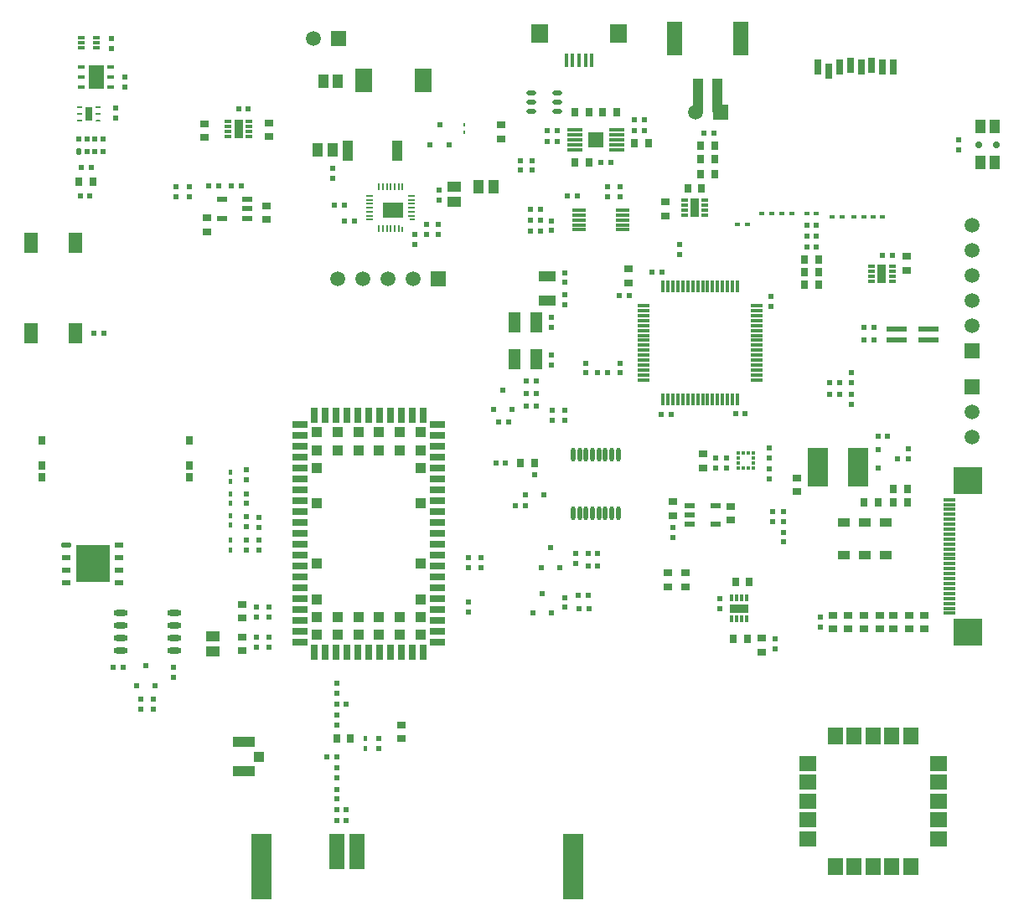
<source format=gbr>
%TF.GenerationSoftware,Altium Limited,Altium Designer,20.2.6 (244)*%
G04 Layer_Color=255*
%FSLAX45Y45*%
%MOMM*%
%TF.SameCoordinates,65E78103-6D03-462D-AAE3-041F84C347C7*%
%TF.FilePolarity,Positive*%
%TF.FileFunction,Pads,Top*%
%TF.Part,Single*%
G01*
G75*
%TA.AperFunction,SMDPad,CuDef*%
%ADD11R,1.10000X0.60000*%
G04:AMPARAMS|DCode=12|XSize=0.5mm|YSize=0.6mm|CornerRadius=0mm|HoleSize=0mm|Usage=FLASHONLY|Rotation=0.000|XOffset=0mm|YOffset=0mm|HoleType=Round|Shape=Octagon|*
%AMOCTAGOND12*
4,1,8,-0.12500,0.30000,0.12500,0.30000,0.25000,0.17500,0.25000,-0.17500,0.12500,-0.30000,-0.12500,-0.30000,-0.25000,-0.17500,-0.25000,0.17500,-0.12500,0.30000,0.0*
%
%ADD12OCTAGOND12*%

%ADD13R,0.50000X0.60000*%
%ADD14R,1.50000X3.60000*%
%ADD15R,2.10000X6.60000*%
%ADD16R,0.60000X0.50000*%
%ADD17R,1.20000X0.30000*%
%ADD18R,0.30000X1.20000*%
%ADD19R,2.20000X1.05000*%
%ADD20R,1.05000X1.00000*%
%ADD21O,1.00000X0.50000*%
%ADD22R,1.10000X1.40000*%
%ADD23R,2.00000X1.50000*%
%ADD24R,0.50000X0.20000*%
%ADD25R,0.65000X0.20000*%
%ADD26R,0.20000X0.50000*%
%ADD27R,0.20000X0.65000*%
%ADD28R,1.80000X2.40000*%
%TA.AperFunction,ConnectorPad*%
%ADD29R,1.80000X1.90000*%
%ADD30R,0.40000X1.35000*%
%TA.AperFunction,SMDPad,CuDef*%
%ADD31O,0.45000X1.40000*%
%ADD32R,1.40000X2.10000*%
%TA.AperFunction,ConnectorPad*%
%ADD33R,1.05000X1.40000*%
%TA.AperFunction,SMDPad,CuDef*%
%ADD34R,1.50000X1.80000*%
%ADD35R,1.80000X1.50000*%
%TA.AperFunction,ConnectorPad*%
%ADD36R,0.80000X0.90000*%
%TA.AperFunction,SMDPad,CuDef*%
G04:AMPARAMS|DCode=37|XSize=0.96mm|YSize=0.5mm|CornerRadius=0.125mm|HoleSize=0mm|Usage=FLASHONLY|Rotation=0.000|XOffset=0mm|YOffset=0mm|HoleType=Round|Shape=RoundedRectangle|*
%AMROUNDEDRECTD37*
21,1,0.96000,0.25000,0,0,0.0*
21,1,0.71000,0.50000,0,0,0.0*
1,1,0.25000,0.35500,-0.12500*
1,1,0.25000,-0.35500,-0.12500*
1,1,0.25000,-0.35500,0.12500*
1,1,0.25000,0.35500,0.12500*
%
%ADD37ROUNDEDRECTD37*%
%ADD38R,0.96000X0.50000*%
%ADD39R,3.40000X3.80000*%
%ADD40O,1.45000X0.60000*%
%ADD41R,0.90000X0.80000*%
%ADD42R,0.80000X1.50000*%
%ADD43R,1.50000X0.80000*%
%TA.AperFunction,BGAPad,CuDef*%
%ADD44R,1.10000X1.10000*%
%TA.AperFunction,SMDPad,CuDef*%
%ADD45R,0.30000X0.50000*%
%ADD46R,0.80000X0.90000*%
%ADD47R,1.40000X1.10000*%
%ADD48R,1.20000X0.90000*%
%ADD49R,0.80000X1.50000*%
%ADD50R,1.00000X3.50000*%
%ADD51R,1.50000X3.40000*%
%ADD52R,1.20000X2.00000*%
%ADD53R,1.80000X1.00000*%
%ADD54R,2.00000X0.55000*%
%ADD55R,0.80000X0.40000*%
%ADD56R,1.50000X2.40000*%
%ADD57R,0.65000X1.35000*%
%ADD58R,0.50000X0.25000*%
G04:AMPARAMS|DCode=59|XSize=0.5mm|YSize=0.25mm|CornerRadius=0.0625mm|HoleSize=0mm|Usage=FLASHONLY|Rotation=0.000|XOffset=0mm|YOffset=0mm|HoleType=Round|Shape=RoundedRectangle|*
%AMROUNDEDRECTD59*
21,1,0.50000,0.12500,0,0,0.0*
21,1,0.37500,0.25000,0,0,0.0*
1,1,0.12500,0.18750,-0.06250*
1,1,0.12500,-0.18750,-0.06250*
1,1,0.12500,-0.18750,0.06250*
1,1,0.12500,0.18750,0.06250*
%
%ADD59ROUNDEDRECTD59*%
%ADD60R,0.67000X0.30000*%
%ADD61R,0.25000X0.36000*%
%ADD62R,0.70000X0.30000*%
%ADD63R,0.95000X1.95000*%
%ADD64R,1.00000X2.00000*%
%ADD65R,1.45000X0.30000*%
%ADD66R,0.50000X0.30000*%
%ADD67R,1.60000X0.30000*%
%ADD68R,1.60000X1.60000*%
%ADD69R,0.30000X0.70000*%
%ADD70R,1.95000X0.95000*%
%ADD71R,0.37500X0.35000*%
%ADD72R,0.35000X0.37500*%
%ADD73R,2.00000X4.00000*%
%ADD74R,1.20000X0.30000*%
%ADD75R,3.00000X2.70000*%
%TA.AperFunction,ComponentPad*%
%ADD80R,1.50000X1.50000*%
%ADD81C,1.50000*%
%ADD82C,0.70000*%
%ADD83R,1.50000X1.50000*%
D11*
X2100000Y6984975D02*
D03*
Y7174975D02*
D03*
X2360000D02*
D03*
Y7079975D02*
D03*
Y6984975D02*
D03*
X6830001Y4080000D02*
D03*
Y3985000D02*
D03*
Y3890000D02*
D03*
X7090001D02*
D03*
Y4080000D02*
D03*
D12*
X660000Y7660000D02*
D03*
D13*
X740000D02*
D03*
X820000D02*
D03*
X900000D02*
D03*
Y7787600D02*
D03*
X820000D02*
D03*
X740000D02*
D03*
X660000D02*
D03*
X810000Y5820000D02*
D03*
X910000D02*
D03*
X1104976Y2442475D02*
D03*
X1004976D02*
D03*
X1335001Y2457475D02*
D03*
X1430001Y2257475D02*
D03*
X1240001D02*
D03*
X3260000Y1000000D02*
D03*
X3360000D02*
D03*
X3260000Y1540000D02*
D03*
X3160000D02*
D03*
X3360000Y890000D02*
D03*
X3260000D02*
D03*
Y2070000D02*
D03*
X3360000D02*
D03*
X5170000Y4080000D02*
D03*
X5070001D02*
D03*
X4870000Y4510000D02*
D03*
X4970000D02*
D03*
X5165000Y4190000D02*
D03*
X5355000D02*
D03*
X5260000Y4390000D02*
D03*
X5000000Y4920000D02*
D03*
X4900000D02*
D03*
X5180000Y5085000D02*
D03*
X5279999D02*
D03*
Y5335050D02*
D03*
X5180000D02*
D03*
X5900000Y5420000D02*
D03*
X6000000D02*
D03*
X6119999Y6199974D02*
D03*
X6219999D02*
D03*
X6540000Y5000000D02*
D03*
X6640000D02*
D03*
X6550000Y6440000D02*
D03*
X6450000D02*
D03*
X7289999Y5009974D02*
D03*
X7389999D02*
D03*
X8589999Y5750000D02*
D03*
X8689999D02*
D03*
X8589999Y5880000D02*
D03*
X8689999D02*
D03*
X4844999Y5050000D02*
D03*
X5034999D02*
D03*
X4939999Y5250000D02*
D03*
X5180000Y5210025D02*
D03*
X5279999D02*
D03*
X3240000Y7120000D02*
D03*
X3340000D02*
D03*
X4208000Y7730000D02*
D03*
X4398000D02*
D03*
X4303000Y7930000D02*
D03*
X3440000Y6960000D02*
D03*
X3340000D02*
D03*
X2270000Y8090001D02*
D03*
X2370000D02*
D03*
X5320000Y6858000D02*
D03*
X5220000D02*
D03*
X5320000Y6968000D02*
D03*
X5220000D02*
D03*
X5590000Y7210000D02*
D03*
X5690000D02*
D03*
X5320000Y7078000D02*
D03*
X5220000D02*
D03*
X1970000Y7310000D02*
D03*
X2070000D02*
D03*
X680000Y7494775D02*
D03*
X780000D02*
D03*
X670000Y7210000D02*
D03*
X770000D02*
D03*
X2200000Y7310000D02*
D03*
X2300000D02*
D03*
X5490000Y7760000D02*
D03*
X5390000D02*
D03*
X5490000Y7870000D02*
D03*
X5390000D02*
D03*
X6030000Y7550000D02*
D03*
X5930000D02*
D03*
X6270000Y7870000D02*
D03*
X6370000D02*
D03*
X7070001Y7847975D02*
D03*
X6970001D02*
D03*
X8110000Y6800001D02*
D03*
X8010000D02*
D03*
X8110000Y6690001D02*
D03*
X8010000D02*
D03*
X8110000Y6910001D02*
D03*
X8010000D02*
D03*
X8880000Y6610000D02*
D03*
X8780000D02*
D03*
X6370000Y7980000D02*
D03*
X6270000D02*
D03*
X5339976Y3190026D02*
D03*
X5434975Y2990026D02*
D03*
X5244976D02*
D03*
X5704954Y3170001D02*
D03*
X5804953D02*
D03*
X5710001Y3040001D02*
D03*
X5810001D02*
D03*
X5800001Y3594976D02*
D03*
X5900001D02*
D03*
X5425001Y3655001D02*
D03*
X5520001Y3455001D02*
D03*
X5330001D02*
D03*
X5800001Y3469950D02*
D03*
X5900001D02*
D03*
X8240000Y5200000D02*
D03*
X8340000D02*
D03*
X8830001Y4780000D02*
D03*
X8730001D02*
D03*
X8240000Y5320000D02*
D03*
X8340000D02*
D03*
D14*
X3260000Y580000D02*
D03*
X3470000D02*
D03*
D15*
X2500000Y430000D02*
D03*
X5650000D02*
D03*
D16*
X4590026Y3100000D02*
D03*
Y3000000D02*
D03*
X1280001Y2020000D02*
D03*
Y2120000D02*
D03*
X1410001Y2120000D02*
D03*
Y2020000D02*
D03*
X1610001Y2442474D02*
D03*
Y2342475D02*
D03*
X2350001Y3630000D02*
D03*
Y3730000D02*
D03*
Y3970000D02*
D03*
Y3870000D02*
D03*
Y4200000D02*
D03*
Y4100000D02*
D03*
Y4440000D02*
D03*
Y4340000D02*
D03*
X2480001Y3630001D02*
D03*
Y3730000D02*
D03*
X2450001Y2750000D02*
D03*
Y2650000D02*
D03*
Y2950000D02*
D03*
Y3050000D02*
D03*
X2480000Y3960000D02*
D03*
Y3860000D02*
D03*
X3260000Y1110000D02*
D03*
Y1210000D02*
D03*
Y1430000D02*
D03*
Y1330000D02*
D03*
Y1860000D02*
D03*
Y1960000D02*
D03*
Y2280000D02*
D03*
Y2180000D02*
D03*
X2580001Y2750000D02*
D03*
Y2650000D02*
D03*
Y2950000D02*
D03*
Y3050000D02*
D03*
X3690000Y1720000D02*
D03*
Y1620000D02*
D03*
X5439999Y4940000D02*
D03*
Y5040000D02*
D03*
X5429999Y5500000D02*
D03*
Y5599999D02*
D03*
Y5984974D02*
D03*
Y5884975D02*
D03*
X5565025Y6210000D02*
D03*
Y6110000D02*
D03*
Y6335025D02*
D03*
Y6435025D02*
D03*
X5569999Y4940000D02*
D03*
Y5040000D02*
D03*
X5774974Y5520000D02*
D03*
Y5420000D02*
D03*
X7649999Y6090000D02*
D03*
Y6190000D02*
D03*
X6125025Y5520000D02*
D03*
Y5420000D02*
D03*
X6730000Y6620000D02*
D03*
Y6720000D02*
D03*
X6130000Y7200000D02*
D03*
Y7300000D02*
D03*
X6000000Y7200000D02*
D03*
Y7300000D02*
D03*
X1030000Y8000000D02*
D03*
Y8100000D02*
D03*
X990000Y8800000D02*
D03*
Y8700000D02*
D03*
X3220000Y7390000D02*
D03*
Y7490000D02*
D03*
X4168000Y6820000D02*
D03*
Y6919999D02*
D03*
X4288000Y6820000D02*
D03*
Y6919999D02*
D03*
X4298000Y7170000D02*
D03*
Y7269999D02*
D03*
X1120000Y8410000D02*
D03*
Y8310000D02*
D03*
X4048000Y6819999D02*
D03*
Y6720000D02*
D03*
X5430000Y6960000D02*
D03*
Y6860000D02*
D03*
X1640000Y7300000D02*
D03*
Y7200000D02*
D03*
X1770000Y7300000D02*
D03*
Y7200000D02*
D03*
X5240000Y7470000D02*
D03*
Y7570000D02*
D03*
X5120000Y7470000D02*
D03*
Y7570000D02*
D03*
X4590001Y3450000D02*
D03*
Y3550000D02*
D03*
X4720001Y3450000D02*
D03*
Y3550000D02*
D03*
X6660001Y3860000D02*
D03*
Y3760000D02*
D03*
X7130000Y3139999D02*
D03*
Y3040000D02*
D03*
X7200000Y4460000D02*
D03*
Y4560000D02*
D03*
X7630000Y4450000D02*
D03*
Y4350000D02*
D03*
Y4560000D02*
D03*
Y4660000D02*
D03*
X7090000Y4460000D02*
D03*
Y4560000D02*
D03*
X9550000Y7680000D02*
D03*
Y7780000D02*
D03*
X5570001Y3150001D02*
D03*
Y3050001D02*
D03*
X5674976Y3594975D02*
D03*
Y3494975D02*
D03*
X7690000Y2630000D02*
D03*
Y2730000D02*
D03*
X8460000Y5100000D02*
D03*
Y5200000D02*
D03*
Y5420000D02*
D03*
Y5320000D02*
D03*
X7670000Y3920000D02*
D03*
Y4020000D02*
D03*
X7780000Y3920000D02*
D03*
Y4020000D02*
D03*
X9040001Y4550000D02*
D03*
Y4650000D02*
D03*
X8730001Y4645000D02*
D03*
Y4455000D02*
D03*
X8930001Y4550000D02*
D03*
X7780000Y3710000D02*
D03*
Y3810000D02*
D03*
X8150001Y2850000D02*
D03*
Y2950000D02*
D03*
D17*
X6359999Y6099999D02*
D03*
Y5499999D02*
D03*
Y5700000D02*
D03*
Y5899999D02*
D03*
Y5950000D02*
D03*
Y5999999D02*
D03*
Y6050000D02*
D03*
Y5749999D02*
D03*
Y5800000D02*
D03*
Y5849999D02*
D03*
Y5550000D02*
D03*
Y5599999D02*
D03*
Y5649999D02*
D03*
Y5399999D02*
D03*
Y5450000D02*
D03*
Y5349999D02*
D03*
X7509999Y5350000D02*
D03*
Y5400000D02*
D03*
Y5450000D02*
D03*
Y5500000D02*
D03*
Y5550000D02*
D03*
Y5600000D02*
D03*
Y5650000D02*
D03*
Y5700000D02*
D03*
Y5750000D02*
D03*
Y5800000D02*
D03*
Y5850000D02*
D03*
Y5900000D02*
D03*
Y5950000D02*
D03*
Y6000000D02*
D03*
Y6050000D02*
D03*
Y6100000D02*
D03*
D18*
X6559999Y6300000D02*
D03*
Y5149999D02*
D03*
X6609999Y5150000D02*
D03*
X6659999D02*
D03*
X6709999D02*
D03*
X6759999D02*
D03*
X6809999D02*
D03*
X6859999D02*
D03*
X6909999D02*
D03*
X6959999D02*
D03*
X7009999D02*
D03*
X7059999D02*
D03*
X7109999D02*
D03*
X7159999D02*
D03*
X7209999D02*
D03*
X7259999D02*
D03*
X7309999D02*
D03*
Y6300000D02*
D03*
X7259999D02*
D03*
X7209999D02*
D03*
X7159999D02*
D03*
X7109999D02*
D03*
X7059999D02*
D03*
X7009999D02*
D03*
X6959999D02*
D03*
X6909999D02*
D03*
X6859999D02*
D03*
X6809999D02*
D03*
X6759999D02*
D03*
X6709999D02*
D03*
X6659999D02*
D03*
X6609999D02*
D03*
D19*
X2327500Y1392500D02*
D03*
Y1687500D02*
D03*
D20*
X2480000Y1540000D02*
D03*
D21*
X5225000Y8255000D02*
D03*
Y8160000D02*
D03*
Y8065000D02*
D03*
X5495000Y8255000D02*
D03*
Y8160000D02*
D03*
Y8065000D02*
D03*
D22*
X4845000Y7300000D02*
D03*
X4695000D02*
D03*
X3125000Y8370000D02*
D03*
X3275000D02*
D03*
X3073000Y7680000D02*
D03*
X3223000D02*
D03*
D23*
X3828000Y7069999D02*
D03*
D24*
X4025500Y6969999D02*
D03*
D25*
X4018000Y7209999D02*
D03*
Y7169999D02*
D03*
Y7129999D02*
D03*
Y7089999D02*
D03*
Y7049999D02*
D03*
Y7009999D02*
D03*
X3598000Y6969999D02*
D03*
Y7009999D02*
D03*
Y7049999D02*
D03*
Y7089999D02*
D03*
Y7129999D02*
D03*
Y7169999D02*
D03*
Y7209999D02*
D03*
D26*
X3928000Y6872499D02*
D03*
D27*
X3888000Y6879999D02*
D03*
X3848000D02*
D03*
X3808000D02*
D03*
X3768000D02*
D03*
X3728000D02*
D03*
X3688000D02*
D03*
Y7299999D02*
D03*
X3728000D02*
D03*
X3768000D02*
D03*
X3928000D02*
D03*
X3888000D02*
D03*
X3848000D02*
D03*
X3808000D02*
D03*
D28*
X3538000Y8379999D02*
D03*
X4138000D02*
D03*
D29*
X5310000Y8850000D02*
D03*
X6110000D02*
D03*
D30*
X5840000Y8582500D02*
D03*
X5775000D02*
D03*
X5580000D02*
D03*
X5645000D02*
D03*
X5710000D02*
D03*
D31*
X5652500Y4005000D02*
D03*
X5717500D02*
D03*
X5782500D02*
D03*
X5847500D02*
D03*
X5912500D02*
D03*
X5977500D02*
D03*
X6042500D02*
D03*
X6107500D02*
D03*
X5652500Y4595000D02*
D03*
X5717500D02*
D03*
X5782500D02*
D03*
X5847500D02*
D03*
X5912500D02*
D03*
X5977500D02*
D03*
X6042500D02*
D03*
X6107500D02*
D03*
D32*
X177000Y6735000D02*
D03*
X623000D02*
D03*
X177000Y5825000D02*
D03*
X623000D02*
D03*
D33*
X9767500Y7550000D02*
D03*
Y7910000D02*
D03*
X9912500Y7550000D02*
D03*
Y7910000D02*
D03*
D34*
X9060000Y1750000D02*
D03*
X8870000D02*
D03*
X8680000D02*
D03*
X8490000D02*
D03*
X8300000D02*
D03*
Y430000D02*
D03*
X8490000D02*
D03*
X8680000D02*
D03*
X8870000D02*
D03*
X9060000D02*
D03*
D35*
X8020000Y1470000D02*
D03*
Y1280000D02*
D03*
Y1090000D02*
D03*
Y900000D02*
D03*
Y710000D02*
D03*
X9340000D02*
D03*
Y900000D02*
D03*
Y1090000D02*
D03*
Y1280000D02*
D03*
Y1470000D02*
D03*
D36*
X1777001Y4741000D02*
D03*
Y4487000D02*
D03*
Y4363000D02*
D03*
X283000Y4741000D02*
D03*
Y4487000D02*
D03*
Y4363000D02*
D03*
D37*
X530000Y3680000D02*
D03*
D38*
Y3299000D02*
D03*
Y3553000D02*
D03*
Y3426000D02*
D03*
X1065000Y3299000D02*
D03*
Y3426000D02*
D03*
Y3553000D02*
D03*
Y3680000D02*
D03*
D39*
X800000Y3490000D02*
D03*
D40*
X1077501Y2990500D02*
D03*
Y2863500D02*
D03*
Y2736500D02*
D03*
Y2609500D02*
D03*
X1622501Y2990500D02*
D03*
Y2863500D02*
D03*
Y2736500D02*
D03*
Y2609500D02*
D03*
D41*
X2310000Y2610000D02*
D03*
Y2750000D02*
D03*
X2310001Y3080000D02*
D03*
Y2940000D02*
D03*
X3920000Y1720000D02*
D03*
Y1860000D02*
D03*
X6790001Y3400000D02*
D03*
Y3260000D02*
D03*
X6610001Y3400000D02*
D03*
Y3260000D02*
D03*
X6209974Y6330000D02*
D03*
Y6470000D02*
D03*
X2580000Y7810000D02*
D03*
Y7950000D02*
D03*
X1930000Y7800000D02*
D03*
Y7940000D02*
D03*
X1950000Y6850000D02*
D03*
Y6990000D02*
D03*
X2550000Y7110000D02*
D03*
Y6970000D02*
D03*
X4920000Y7930000D02*
D03*
Y7790000D02*
D03*
X6580000Y7010000D02*
D03*
Y7150000D02*
D03*
X6660000Y3980000D02*
D03*
Y4120000D02*
D03*
X7240001Y3930000D02*
D03*
Y4070000D02*
D03*
X6960000Y4600000D02*
D03*
Y4460000D02*
D03*
X7560000Y2740000D02*
D03*
Y2600000D02*
D03*
X9020000Y6460000D02*
D03*
Y6600000D02*
D03*
X8750001Y2970000D02*
D03*
Y2830000D02*
D03*
X8430001Y2970000D02*
D03*
Y2830000D02*
D03*
X8280001Y2970000D02*
D03*
Y2830000D02*
D03*
X8590001Y2970000D02*
D03*
Y2830000D02*
D03*
X8890001Y2970000D02*
D03*
Y2830000D02*
D03*
X9200001Y2970000D02*
D03*
Y2830000D02*
D03*
X9050001Y2970000D02*
D03*
Y2830000D02*
D03*
X7910000Y4360000D02*
D03*
Y4220000D02*
D03*
D42*
X4135000Y2600000D02*
D03*
X4025000D02*
D03*
X3915001D02*
D03*
X3805001D02*
D03*
X3695000D02*
D03*
X3585000D02*
D03*
X3475000D02*
D03*
X3365000D02*
D03*
X3255000D02*
D03*
X3145001D02*
D03*
X3035001D02*
D03*
X3035000Y4990000D02*
D03*
X3145000D02*
D03*
X3255000D02*
D03*
X3365000D02*
D03*
X3475000D02*
D03*
X3585000D02*
D03*
X3695000D02*
D03*
X3805000D02*
D03*
X3915000D02*
D03*
X4025000D02*
D03*
X4135000D02*
D03*
D43*
X2890000Y2695000D02*
D03*
Y2805000D02*
D03*
Y2915000D02*
D03*
Y3025000D02*
D03*
Y3135000D02*
D03*
Y3245000D02*
D03*
Y3355000D02*
D03*
Y3465000D02*
D03*
Y3575000D02*
D03*
Y3685000D02*
D03*
Y3795000D02*
D03*
Y3905000D02*
D03*
Y4015000D02*
D03*
Y4125000D02*
D03*
Y4235000D02*
D03*
Y4345000D02*
D03*
Y4455000D02*
D03*
Y4565000D02*
D03*
Y4675000D02*
D03*
Y4785000D02*
D03*
Y4895000D02*
D03*
X4280000D02*
D03*
Y4785000D02*
D03*
Y4675000D02*
D03*
Y4565000D02*
D03*
Y4455000D02*
D03*
Y4345000D02*
D03*
Y4235000D02*
D03*
Y4125000D02*
D03*
Y4015000D02*
D03*
Y3905000D02*
D03*
Y3795000D02*
D03*
Y3684999D02*
D03*
Y3575000D02*
D03*
Y3465000D02*
D03*
Y3355000D02*
D03*
Y3245000D02*
D03*
Y3135000D02*
D03*
Y3025000D02*
D03*
Y2915000D02*
D03*
Y2804999D02*
D03*
Y2695000D02*
D03*
D44*
X3060000Y4820000D02*
D03*
X3270000D02*
D03*
X3480000D02*
D03*
X3690000D02*
D03*
X3900000D02*
D03*
X4110000D02*
D03*
X3060000Y4640000D02*
D03*
X3270000D02*
D03*
X3480000D02*
D03*
X3690000D02*
D03*
X3900000D02*
D03*
X4110000D02*
D03*
X3060000Y4460000D02*
D03*
X4110000D02*
D03*
X3060000Y4100000D02*
D03*
X4110000D02*
D03*
X3060000Y3490000D02*
D03*
X4110000D02*
D03*
X3060000Y3130000D02*
D03*
X4110000D02*
D03*
X3060000Y2950000D02*
D03*
X3270000D02*
D03*
X3480000D02*
D03*
X3690000D02*
D03*
X3900000D02*
D03*
X4110000D02*
D03*
X3060000Y2770000D02*
D03*
X3270000D02*
D03*
X3480000D02*
D03*
X3690000D02*
D03*
X3900000D02*
D03*
X4110000D02*
D03*
D45*
X3550000Y1720000D02*
D03*
Y1620000D02*
D03*
X2190001Y3630000D02*
D03*
Y3730000D02*
D03*
Y3980001D02*
D03*
Y3880001D02*
D03*
Y4200000D02*
D03*
Y4100000D02*
D03*
Y4420001D02*
D03*
Y4320001D02*
D03*
D46*
X3260000Y1720000D02*
D03*
X3400000D02*
D03*
X5260000Y4510000D02*
D03*
X5120000D02*
D03*
X800000Y7350000D02*
D03*
X660000D02*
D03*
X5670000Y7550000D02*
D03*
X5810000D02*
D03*
X5810000Y8060000D02*
D03*
X5670000D02*
D03*
X5950000Y8060000D02*
D03*
X6090000D02*
D03*
X6270000Y7740000D02*
D03*
X6410000D02*
D03*
X6810000Y7290000D02*
D03*
X6950000D02*
D03*
X6940000Y7430000D02*
D03*
X7080000D02*
D03*
X6940000Y7580000D02*
D03*
X7080000D02*
D03*
X7990000Y6310000D02*
D03*
X8130000D02*
D03*
X7990000Y6570001D02*
D03*
X8130000D02*
D03*
X6940000Y7720000D02*
D03*
X7080000D02*
D03*
X7990000Y6440001D02*
D03*
X8130000D02*
D03*
X7410000Y2729999D02*
D03*
X7270000D02*
D03*
X7430000Y3309999D02*
D03*
X7290000D02*
D03*
X8590001Y4110000D02*
D03*
X8730001D02*
D03*
X9030001Y4250001D02*
D03*
X8890001D02*
D03*
X9030001Y4110000D02*
D03*
X8890001D02*
D03*
D47*
X2010000Y2605000D02*
D03*
Y2755000D02*
D03*
X4448000Y7149999D02*
D03*
Y7299999D02*
D03*
D48*
X8600001Y3910000D02*
D03*
Y3580000D02*
D03*
X8390001D02*
D03*
Y3910000D02*
D03*
X8810001Y3580000D02*
D03*
Y3910000D02*
D03*
D49*
X8120000Y8510000D02*
D03*
X8230000Y8470000D02*
D03*
X8340000Y8510000D02*
D03*
X8450000Y8530000D02*
D03*
X8560000Y8510000D02*
D03*
X8670000Y8530000D02*
D03*
X8780000Y8510000D02*
D03*
X8890000D02*
D03*
D50*
X6910000Y8230000D02*
D03*
X7110000D02*
D03*
D51*
X6675000Y8805000D02*
D03*
X7345000D02*
D03*
D52*
X5280000Y5560000D02*
D03*
Y5930000D02*
D03*
X5060000D02*
D03*
Y5560000D02*
D03*
D53*
X5389999Y6150000D02*
D03*
Y6400000D02*
D03*
D54*
X9240000Y5860000D02*
D03*
X8920000D02*
D03*
X9240000Y5750000D02*
D03*
X8920000D02*
D03*
D55*
X680000Y8510000D02*
D03*
Y8410000D02*
D03*
Y8310000D02*
D03*
X980000Y8510000D02*
D03*
Y8410000D02*
D03*
Y8310000D02*
D03*
D56*
X830000Y8410000D02*
D03*
D57*
X760001Y8040000D02*
D03*
D58*
X665001Y7975000D02*
D03*
Y8040000D02*
D03*
Y8105000D02*
D03*
X855001D02*
D03*
Y8040000D02*
D03*
D59*
Y7975000D02*
D03*
D60*
X680001Y8809999D02*
D03*
Y8759999D02*
D03*
Y8710000D02*
D03*
X830001D02*
D03*
Y8759999D02*
D03*
Y8809999D02*
D03*
D61*
X4548000Y7850000D02*
D03*
Y7930000D02*
D03*
D62*
X2375000Y7815001D02*
D03*
X2165000D02*
D03*
X2375000Y7965001D02*
D03*
Y7915001D02*
D03*
Y7865001D02*
D03*
X2165000Y7965001D02*
D03*
Y7865001D02*
D03*
Y7915001D02*
D03*
X6985000Y7015000D02*
D03*
X6775000D02*
D03*
X6985000Y7165000D02*
D03*
Y7115000D02*
D03*
Y7065000D02*
D03*
X6775000Y7165000D02*
D03*
Y7065000D02*
D03*
Y7115000D02*
D03*
X8875000Y6345000D02*
D03*
X8665000D02*
D03*
X8875000Y6495000D02*
D03*
Y6445000D02*
D03*
Y6395000D02*
D03*
X8665000Y6495000D02*
D03*
Y6395000D02*
D03*
Y6445000D02*
D03*
D63*
X2270000Y7890000D02*
D03*
X6880000Y7090000D02*
D03*
X8770000Y6420000D02*
D03*
D64*
X3370000Y7670000D02*
D03*
X3870000D02*
D03*
D65*
X6150000Y6868000D02*
D03*
Y6918000D02*
D03*
Y6968000D02*
D03*
Y7018000D02*
D03*
Y7068000D02*
D03*
X5710000D02*
D03*
Y7018000D02*
D03*
Y6968000D02*
D03*
Y6918000D02*
D03*
Y6868000D02*
D03*
D66*
X7310000Y6920000D02*
D03*
X7410000D02*
D03*
X8110000Y7030001D02*
D03*
X8010000D02*
D03*
X8270000Y7000000D02*
D03*
X8370000D02*
D03*
X8590000Y7000000D02*
D03*
X8490000D02*
D03*
X8780000D02*
D03*
X8680000D02*
D03*
X7660000Y7030000D02*
D03*
X7560000D02*
D03*
X7860000D02*
D03*
X7760000D02*
D03*
D67*
X5670000Y7880000D02*
D03*
Y7830000D02*
D03*
Y7780000D02*
D03*
Y7730000D02*
D03*
Y7680000D02*
D03*
X6090000D02*
D03*
Y7730000D02*
D03*
Y7780000D02*
D03*
Y7830000D02*
D03*
Y7880000D02*
D03*
D68*
X5880000Y7780000D02*
D03*
D69*
X7405000Y3145000D02*
D03*
Y2934999D02*
D03*
X7255000Y3145000D02*
D03*
X7305000D02*
D03*
X7355000D02*
D03*
X7255000Y2934999D02*
D03*
X7355000D02*
D03*
X7305000D02*
D03*
D70*
X7330000Y3040000D02*
D03*
D71*
X7471250Y4461250D02*
D03*
Y4611251D02*
D03*
X7318750D02*
D03*
Y4461250D02*
D03*
X7471250Y4561250D02*
D03*
Y4511251D02*
D03*
X7318750Y4561250D02*
D03*
Y4511251D02*
D03*
D72*
X7420000Y4460000D02*
D03*
X7370000D02*
D03*
X7420000Y4612501D02*
D03*
X7370000D02*
D03*
D73*
X8530001Y4470000D02*
D03*
X8120001D02*
D03*
D74*
X9450001Y2990000D02*
D03*
Y3040000D02*
D03*
Y3090000D02*
D03*
Y3140000D02*
D03*
Y3190000D02*
D03*
Y3240000D02*
D03*
Y3290000D02*
D03*
Y3340000D02*
D03*
Y3390000D02*
D03*
Y3440000D02*
D03*
Y3490000D02*
D03*
Y3540000D02*
D03*
Y3590000D02*
D03*
Y3640000D02*
D03*
Y3690000D02*
D03*
Y3740000D02*
D03*
Y3790000D02*
D03*
Y3840000D02*
D03*
Y3890000D02*
D03*
Y3940000D02*
D03*
Y3990000D02*
D03*
Y4040000D02*
D03*
Y4090000D02*
D03*
Y4140000D02*
D03*
D75*
X9640001Y2800000D02*
D03*
Y4330000D02*
D03*
D80*
X7140000Y8060000D02*
D03*
X4288000Y6370000D02*
D03*
X3284000Y8800000D02*
D03*
D81*
X6886000Y8060000D02*
D03*
X3272000Y6370000D02*
D03*
X3526000D02*
D03*
X3780000D02*
D03*
X4034000D02*
D03*
X3030000Y8800000D02*
D03*
X9680000Y4776000D02*
D03*
Y5030000D02*
D03*
Y5894000D02*
D03*
Y6148000D02*
D03*
Y6402000D02*
D03*
Y6656000D02*
D03*
Y6910000D02*
D03*
D82*
X9750000Y7730000D02*
D03*
X9930000D02*
D03*
D83*
X9680000Y5284000D02*
D03*
Y5640000D02*
D03*
%TF.MD5,1253e2498d0dbc9eb3140e59bc791261*%
M02*

</source>
